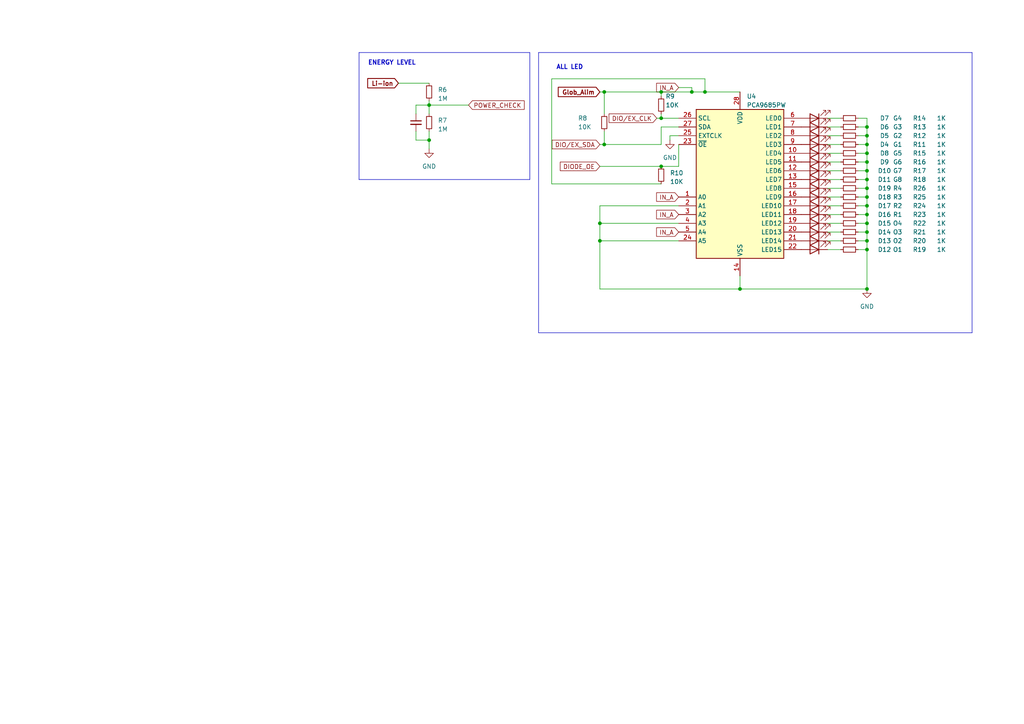
<source format=kicad_sch>
(kicad_sch (version 20230121) (generator eeschema)
  (paper "A4")
  (lib_symbols
    (symbol "Device:C_Small" (pin_numbers hide) (pin_names (offset 0.254) hide)
      (property "Reference" "C" (at 0.254 1.778 0))
      (property "Value" "C_Small" (at 0.254 -2.032 0))
      (symbol "C_Small_0_1"
        (polyline (pts (xy -1.524 -0.508) (xy 1.524 -0.508)) (stroke (width 0.3302)))
        (polyline (pts (xy -1.524 0.508) (xy 1.524 0.508)) (stroke (width 0.3048)))
      )
      (symbol "C_Small_1_1"
        (pin passive line (at 0 2.54 270) (length 2.032) (name "~") (number "1"))
        (pin passive line (at 0 -2.54 90) (length 2.032) (name "~") (number "2"))
      )
    )
    (symbol "Device:LED" (pin_numbers hide) (pin_names (offset 1.016) hide)
      (property "Reference" "D" (at 0 2.54 0))
      (property "Value" "LED" (at 0 -2.54 0))
      (symbol "LED_0_1"
        (polyline (pts (xy -1.27 -1.27) (xy -1.27 1.27)) (stroke (width 0.254)))
        (polyline (pts (xy -1.27 0) (xy 1.27 0)))
        (polyline (pts (xy 1.27 -1.27) (xy 1.27 1.27) (xy -1.27 0) (xy 1.27 -1.27)) (stroke (width 0.254)))
        (polyline (pts (xy -3.048 -0.762) (xy -4.572 -2.286) (xy -3.81 -2.286) (xy -4.572 -2.286) (xy -4.572 -1.524)))
        (polyline (pts (xy -1.778 -0.762) (xy -3.302 -2.286) (xy -2.54 -2.286) (xy -3.302 -2.286) (xy -3.302 -1.524)))
      )
      (symbol "LED_1_1"
        (pin passive line (at -3.81 0 0) (length 2.54) (name "K") (number "1"))
        (pin passive line (at 3.81 0 180) (length 2.54) (name "A") (number "2"))
      )
    )
    (symbol "Device:R_Small" (pin_numbers hide) (pin_names (offset 0.254) hide)
      (property "Reference" "R" (at 0.762 0.508 0))
      (property "Value" "R_Small" (at 0.762 -1.016 0))
      (symbol "R_Small_0_1"
        (rectangle (start -0.762 1.778) (end 0.762 -1.778) (stroke (width 0.2032)))
      )
      (symbol "R_Small_1_1"
        (pin passive line (at 0 2.54 270) (length 0.762) (name "~") (number "1"))
        (pin passive line (at 0 -2.54 90) (length 0.762) (name "~") (number "2"))
      )
    )
    (symbol "Driver_LED:PCA9685PW"
      (property "Reference" "U" (at -12.7 22.225 0))
      (property "Value" "PCA9685PW" (at 1.27 22.225 0))
      (symbol "PCA9685PW_0_1"
        (rectangle (start -12.7 20.32) (end 12.7 -22.86) (stroke (width 0.254)) (fill (type background)))
      )
      (symbol "PCA9685PW_1_1"
        (pin input line (at -17.78 -5.08 0) (length 5.08) (name "A0") (number "1"))
        (pin output line (at 17.78 7.62 180) (length 5.08) (name "LED4") (number "10"))
        (pin output line (at 17.78 5.08 180) (length 5.08) (name "LED5") (number "11"))
        (pin output line (at 17.78 2.54 180) (length 5.08) (name "LED6") (number "12"))
        (pin output line (at 17.78 0 180) (length 5.08) (name "LED7") (number "13"))
        (pin power_in line (at 0 -27.94 90) (length 5.08) (name "VSS") (number "14"))
        (pin output line (at 17.78 -2.54 180) (length 5.08) (name "LED8") (number "15"))
        (pin output line (at 17.78 -5.08 180) (length 5.08) (name "LED9") (number "16"))
        (pin output line (at 17.78 -7.62 180) (length 5.08) (name "LED10") (number "17"))
        (pin output line (at 17.78 -10.16 180) (length 5.08) (name "LED11") (number "18"))
        (pin output line (at 17.78 -12.7 180) (length 5.08) (name "LED12") (number "19"))
        (pin input line (at -17.78 -7.62 0) (length 5.08) (name "A1") (number "2"))
        (pin output line (at 17.78 -15.24 180) (length 5.08) (name "LED13") (number "20"))
        (pin output line (at 17.78 -17.78 180) (length 5.08) (name "LED14") (number "21"))
        (pin output line (at 17.78 -20.32 180) (length 5.08) (name "LED15") (number "22"))
        (pin input line (at -17.78 10.16 0) (length 5.08) (name "~{OE}") (number "23"))
        (pin input line (at -17.78 -17.78 0) (length 5.08) (name "A5") (number "24"))
        (pin input line (at -17.78 12.7 0) (length 5.08) (name "EXTCLK") (number "25"))
        (pin input line (at -17.78 17.78 0) (length 5.08) (name "SCL") (number "26"))
        (pin bidirectional line (at -17.78 15.24 0) (length 5.08) (name "SDA") (number "27"))
        (pin power_in line (at 0 25.4 270) (length 5.08) (name "VDD") (number "28"))
        (pin input line (at -17.78 -10.16 0) (length 5.08) (name "A2") (number "3"))
        (pin input line (at -17.78 -12.7 0) (length 5.08) (name "A3") (number "4"))
        (pin input line (at -17.78 -15.24 0) (length 5.08) (name "A4") (number "5"))
        (pin output line (at 17.78 17.78 180) (length 5.08) (name "LED0") (number "6"))
        (pin output line (at 17.78 15.24 180) (length 5.08) (name "LED1") (number "7"))
        (pin output line (at 17.78 12.7 180) (length 5.08) (name "LED2") (number "8"))
        (pin output line (at 17.78 10.16 180) (length 5.08) (name "LED3") (number "9"))
      )
    )
    (symbol "power:GND" (power) (pin_names (offset 0))
      (property "Value" "GND" (at 0 -3.81 0))
      (symbol "GND_0_1"
        (polyline (pts (xy 0 0) (xy 0 -1.27) (xy 1.27 -1.27) (xy 0 -2.54) (xy -1.27 -1.27) (xy 0 -1.27)))
      )
      (symbol "GND_1_1"
        (pin power_in line (at 0 0 270) (length 0) hide (name "GND") (number "1"))
      )
    )
  )
  (junction (at 175.26 26.67))
  (junction (at 214.63 83.82))
  (junction (at 251.46 39.37))
  (junction (at 251.46 46.99))
  (junction (at 191.77 26.67))
  (junction (at 124.46 30.48))
  (junction (at 251.46 49.53))
  (junction (at 251.46 69.85))
  (junction (at 251.46 62.23))
  (junction (at 191.77 34.29))
  (junction (at 191.77 48.26))
  (junction (at 251.46 36.83))
  (junction (at 251.46 44.45))
  (junction (at 251.46 64.77))
  (junction (at 173.99 69.85))
  (junction (at 175.26 41.91))
  (junction (at 251.46 52.07))
  (junction (at 251.46 59.69))
  (junction (at 204.47 26.67))
  (junction (at 251.46 54.61))
  (junction (at 251.46 41.91))
  (junction (at 251.46 72.39))
  (junction (at 200.66 26.67))
  (junction (at 251.46 57.15))
  (junction (at 124.46 40.64))
  (junction (at 251.46 83.82))
  (junction (at 173.99 64.77))
  (junction (at 251.46 67.31))
  (wire (pts (xy 248.92 67.31) (xy 251.46 67.31)))
  (wire (pts (xy 251.46 39.37) (xy 251.46 36.83)))
  (wire (pts (xy 214.63 83.82) (xy 251.46 83.82)))
  (wire (pts (xy 191.77 41.91) (xy 191.77 36.83)))
  (wire (pts (xy 251.46 52.07) (xy 251.46 49.53)))
  (polyline (pts (xy 104.14 15.24) (xy 104.14 52.07)))
  (wire (pts (xy 251.46 34.29) (xy 248.92 34.29)))
  (wire (pts (xy 251.46 67.31) (xy 251.46 64.77)))
  (wire (pts (xy 240.03 72.39) (xy 243.84 72.39)))
  (wire (pts (xy 200.66 26.67) (xy 191.77 26.67)))
  (wire (pts (xy 240.03 62.23) (xy 243.84 62.23)))
  (wire (pts (xy 251.46 41.91) (xy 251.46 39.37)))
  (wire (pts (xy 240.03 39.37) (xy 243.84 39.37)))
  (polyline (pts (xy 281.94 96.52) (xy 156.21 96.52)))
  (wire (pts (xy 173.99 41.91) (xy 175.26 41.91)))
  (wire (pts (xy 115.57 24.13) (xy 124.46 24.13)))
  (wire (pts (xy 240.03 69.85) (xy 243.84 69.85)))
  (wire (pts (xy 175.26 26.67) (xy 173.99 26.67)))
  (wire (pts (xy 191.77 33.02) (xy 191.77 34.29)))
  (wire (pts (xy 191.77 48.26) (xy 196.85 48.26)))
  (wire (pts (xy 196.85 39.37) (xy 194.31 39.37)))
  (wire (pts (xy 240.03 64.77) (xy 243.84 64.77)))
  (wire (pts (xy 191.77 36.83) (xy 196.85 36.83)))
  (wire (pts (xy 248.92 49.53) (xy 251.46 49.53)))
  (wire (pts (xy 248.92 62.23) (xy 251.46 62.23)))
  (wire (pts (xy 173.99 59.69) (xy 196.85 59.69)))
  (wire (pts (xy 248.92 69.85) (xy 251.46 69.85)))
  (wire (pts (xy 173.99 69.85) (xy 196.85 69.85)))
  (wire (pts (xy 240.03 52.07) (xy 243.84 52.07)))
  (wire (pts (xy 248.92 44.45) (xy 251.46 44.45)))
  (polyline (pts (xy 153.67 52.07) (xy 153.67 15.24)))
  (wire (pts (xy 248.92 41.91) (xy 251.46 41.91)))
  (wire (pts (xy 191.77 53.34) (xy 160.02 53.34)))
  (wire (pts (xy 251.46 72.39) (xy 251.46 69.85)))
  (wire (pts (xy 175.26 26.67) (xy 175.26 33.02)))
  (polyline (pts (xy 104.14 15.24) (xy 153.67 15.24)))
  (wire (pts (xy 120.65 38.1) (xy 120.65 40.64)))
  (polyline (pts (xy 156.21 15.24) (xy 281.94 15.24)))
  (wire (pts (xy 191.77 26.67) (xy 175.26 26.67)))
  (wire (pts (xy 173.99 64.77) (xy 173.99 69.85)))
  (wire (pts (xy 196.85 48.26) (xy 196.85 41.91)))
  (wire (pts (xy 240.03 67.31) (xy 243.84 67.31)))
  (wire (pts (xy 124.46 33.02) (xy 124.46 30.48)))
  (wire (pts (xy 251.46 54.61) (xy 251.46 52.07)))
  (wire (pts (xy 204.47 26.67) (xy 200.66 26.67)))
  (polyline (pts (xy 281.94 15.24) (xy 281.94 96.52)))
  (wire (pts (xy 175.26 38.1) (xy 175.26 41.91)))
  (wire (pts (xy 204.47 22.86) (xy 204.47 26.67)))
  (wire (pts (xy 214.63 80.01) (xy 214.63 83.82)))
  (wire (pts (xy 173.99 83.82) (xy 214.63 83.82)))
  (wire (pts (xy 204.47 26.67) (xy 214.63 26.67)))
  (wire (pts (xy 191.77 27.94) (xy 191.77 26.67)))
  (wire (pts (xy 194.31 39.37) (xy 194.31 40.64)))
  (wire (pts (xy 173.99 69.85) (xy 173.99 83.82)))
  (wire (pts (xy 124.46 38.1) (xy 124.46 40.64)))
  (wire (pts (xy 240.03 57.15) (xy 243.84 57.15)))
  (wire (pts (xy 196.85 25.4) (xy 200.66 25.4)))
  (wire (pts (xy 173.99 48.26) (xy 191.77 48.26)))
  (wire (pts (xy 251.46 83.82) (xy 251.46 72.39)))
  (wire (pts (xy 240.03 59.69) (xy 243.84 59.69)))
  (wire (pts (xy 160.02 53.34) (xy 160.02 22.86)))
  (polyline (pts (xy 104.14 52.07) (xy 153.67 52.07)))
  (wire (pts (xy 248.92 46.99) (xy 251.46 46.99)))
  (wire (pts (xy 248.92 57.15) (xy 251.46 57.15)))
  (wire (pts (xy 200.66 25.4) (xy 200.66 26.67)))
  (wire (pts (xy 251.46 62.23) (xy 251.46 59.69)))
  (wire (pts (xy 248.92 54.61) (xy 251.46 54.61)))
  (wire (pts (xy 240.03 36.83) (xy 243.84 36.83)))
  (wire (pts (xy 191.77 34.29) (xy 196.85 34.29)))
  (wire (pts (xy 248.92 36.83) (xy 251.46 36.83)))
  (wire (pts (xy 248.92 72.39) (xy 251.46 72.39)))
  (wire (pts (xy 243.84 34.29) (xy 240.03 34.29)))
  (wire (pts (xy 120.65 30.48) (xy 124.46 30.48)))
  (wire (pts (xy 251.46 36.83) (xy 251.46 34.29)))
  (wire (pts (xy 240.03 44.45) (xy 243.84 44.45)))
  (wire (pts (xy 190.5 34.29) (xy 191.77 34.29)))
  (wire (pts (xy 251.46 59.69) (xy 251.46 57.15)))
  (wire (pts (xy 251.46 46.99) (xy 251.46 44.45)))
  (wire (pts (xy 251.46 57.15) (xy 251.46 54.61)))
  (wire (pts (xy 248.92 39.37) (xy 251.46 39.37)))
  (wire (pts (xy 240.03 54.61) (xy 243.84 54.61)))
  (wire (pts (xy 160.02 22.86) (xy 204.47 22.86)))
  (wire (pts (xy 251.46 64.77) (xy 251.46 62.23)))
  (wire (pts (xy 124.46 29.21) (xy 124.46 30.48)))
  (wire (pts (xy 120.65 33.02) (xy 120.65 30.48)))
  (wire (pts (xy 120.65 40.64) (xy 124.46 40.64)))
  (wire (pts (xy 124.46 43.18) (xy 124.46 40.64)))
  (wire (pts (xy 248.92 59.69) (xy 251.46 59.69)))
  (wire (pts (xy 251.46 69.85) (xy 251.46 67.31)))
  (wire (pts (xy 248.92 52.07) (xy 251.46 52.07)))
  (wire (pts (xy 248.92 64.77) (xy 251.46 64.77)))
  (wire (pts (xy 251.46 44.45) (xy 251.46 41.91)))
  (wire (pts (xy 240.03 49.53) (xy 243.84 49.53)))
  (wire (pts (xy 173.99 64.77) (xy 196.85 64.77)))
  (wire (pts (xy 175.26 41.91) (xy 191.77 41.91)))
  (wire (pts (xy 124.46 30.48) (xy 135.89 30.48)))
  (wire (pts (xy 173.99 59.69) (xy 173.99 64.77)))
  (wire (pts (xy 251.46 49.53) (xy 251.46 46.99)))
  (polyline (pts (xy 156.21 15.24) (xy 156.21 96.52)))
  (wire (pts (xy 240.03 41.91) (xy 243.84 41.91)))
  (wire (pts (xy 240.03 46.99) (xy 243.84 46.99)))
  (text "ENERGY LEVEL" (at 106.68 19.05 0) (effects (font (size 1.27 1.27) bold) (justify left bottom)))
  (text "ALL LED" (at 161.29 20.32 0) (effects (font (size 1.27 1.27) (thickness 0.254) bold) (justify left bottom)))
  (global_label "IN_A" (shape input) (at 196.85 62.23 180) (property "Intersheetrefs" "${INTERSHEET_REFS}" (effects hide)))
  (global_label "Glob_Alim" (shape input) (at 173.99 26.67 180) (effects (font bold)) (property "Intersheetrefs" "${INTERSHEET_REFS}" (effects hide)))
  (global_label "DIODE_OE" (shape input) (at 173.99 48.26 180) (property "Intersheetrefs" "${INTERSHEET_REFS}" (effects hide)))
  (global_label "Li-ion" (shape input) (at 115.57 24.13 180) (effects (font bold)) (property "Intersheetrefs" "${INTERSHEET_REFS}" (effects hide)))
  (global_label "DIO{slash}EX_CLK" (shape input) (at 190.5 34.29 180) (property "Intersheetrefs" "${INTERSHEET_REFS}" (effects hide)))
  (global_label "IN_A" (shape input) (at 196.85 25.4 180) (property "Intersheetrefs" "${INTERSHEET_REFS}" (effects hide)))
  (global_label "DIO{slash}EX_SDA" (shape input) (at 173.99 41.91 180) (property "Intersheetrefs" "${INTERSHEET_REFS}" (effects hide)))
  (global_label "POWER_CHECK" (shape input) (at 135.89 30.48 0) (property "Intersheetrefs" "${INTERSHEET_REFS}" (effects hide)))
  (global_label "IN_A" (shape input) (at 196.85 57.15 180) (property "Intersheetrefs" "${INTERSHEET_REFS}" (effects hide)))
  (global_label "IN_A" (shape input) (at 196.85 67.31 180) (property "Intersheetrefs" "${INTERSHEET_REFS}" (effects hide)))
  (symbol (lib_id "Device:R_Small") (at 191.77 50.8 0) (unit 1)
    (property "Reference" "R10" (at 194.31 50.165 0) (effects (justify left)))
    (property "Value" "10K" (at 194.31 52.705 0) (effects (justify left)))
    (property "Footprint" "Resistor_SMD:R_0603_1608Metric_Pad0.98x0.95mm_HandSolder" (effects hide))
    (instances (project "Controller_NRF24L01_Include" (path "" (reference "R10") (unit 1))) (project "Controler_NRF24L01_Exclude_v3" (path "" (reference "R16") (unit 1))))
  )
  (symbol (lib_id "Device:LED") (at 236.22 62.23 180) (unit 1)
    (property "Reference" "D16" (at 256.54 62.23 0))
    (property "Value" "R1" (at 260.35 62.23 0))
    (property "Footprint" "LED_SMD:LED_0603_1608Metric_Pad1.05x0.95mm_HandSolder" (effects hide))
    (instances (project "Controller_NRF24L01_Include" (path "" (reference "D16") (unit 1))) (project "Controler_NRF24L01_Exclude_v3" (path "" (reference "D15") (unit 1))))
  )
  (symbol (lib_id "Device:R_Small") (at 246.38 49.53 90) (unit 1)
    (property "Reference" "R17" (at 266.7 49.53 90))
    (property "Value" "1K" (at 273.05 49.53 90))
    (property "Footprint" "Resistor_SMD:R_0603_1608Metric_Pad0.98x0.95mm_HandSolder" (effects hide))
    (instances (project "Controller_NRF24L01_Include" (path "" (reference "R17") (unit 1))) (project "Controler_NRF24L01_Exclude_v3" (path "" (reference "R25") (unit 1))))
  )
  (symbol (lib_id "Device:R_Small") (at 246.38 52.07 90) (unit 1)
    (property "Reference" "R18" (at 266.7 52.07 90))
    (property "Value" "1K" (at 273.05 52.07 90))
    (property "Footprint" "Resistor_SMD:R_0603_1608Metric_Pad0.98x0.95mm_HandSolder" (effects hide))
    (instances (project "Controller_NRF24L01_Include" (path "" (reference "R18") (unit 1))) (project "Controler_NRF24L01_Exclude_v3" (path "" (reference "R26") (unit 1))))
  )
  (symbol (lib_id "Device:R_Small") (at 246.38 54.61 90) (unit 1)
    (property "Reference" "R26" (at 266.7 54.61 90))
    (property "Value" "1K" (at 273.05 54.61 90))
    (property "Footprint" "Resistor_SMD:R_0603_1608Metric_Pad0.98x0.95mm_HandSolder" (effects hide))
    (instances (project "Controller_NRF24L01_Include" (path "" (reference "R26") (unit 1))) (project "Controler_NRF24L01_Exclude_v3" (path "" (reference "R34") (unit 1))))
  )
  (symbol (lib_id "Device:R_Small") (at 246.38 34.29 90) (unit 1)
    (property "Reference" "R14" (at 266.7 34.29 90))
    (property "Value" "1K" (at 273.05 34.29 90))
    (property "Footprint" "Resistor_SMD:R_0603_1608Metric_Pad0.98x0.95mm_HandSolder" (effects hide))
    (instances (project "Controller_NRF24L01_Include" (path "" (reference "R14") (unit 1))) (project "Controler_NRF24L01_Exclude_v3" (path "" (reference "R22") (unit 1))))
  )
  (symbol (lib_id "Device:R_Small") (at 124.46 35.56 0) (unit 1)
    (property "Reference" "R7" (at 127 34.925 0) (effects (justify left)))
    (property "Value" "1M" (at 127 37.465 0) (effects (justify left)))
    (property "Footprint" "Resistor_SMD:R_0603_1608Metric_Pad0.98x0.95mm_HandSolder" (effects hide))
    (instances (project "Controller_NRF24L01_Include" (path "" (reference "R7") (unit 1))) (project "Controler_NRF24L01_Exclude_v3" (path "" (reference "R10") (unit 1))))
  )
  (symbol (lib_id "Device:LED") (at 236.22 59.69 180) (unit 1)
    (property "Reference" "D17" (at 256.54 59.69 0))
    (property "Value" "R2" (at 260.35 59.69 0))
    (property "Footprint" "LED_SMD:LED_0603_1608Metric_Pad1.05x0.95mm_HandSolder" (effects hide))
    (instances (project "Controller_NRF24L01_Include" (path "" (reference "D17") (unit 1))) (project "Controler_NRF24L01_Exclude_v3" (path "" (reference "D16") (unit 1))))
  )
  (symbol (lib_id "Device:R_Small") (at 246.38 46.99 90) (unit 1)
    (property "Reference" "R16" (at 266.7 46.99 90))
    (property "Value" "1K" (at 273.05 46.99 90))
    (property "Footprint" "Resistor_SMD:R_0603_1608Metric_Pad0.98x0.95mm_HandSolder" (effects hide))
    (instances (project "Controller_NRF24L01_Include" (path "" (reference "R16") (unit 1))) (project "Controler_NRF24L01_Exclude_v3" (path "" (reference "R24") (unit 1))))
  )
  (symbol (lib_id "Device:LED") (at 236.22 46.99 180) (unit 1)
    (property "Reference" "D9" (at 256.54 46.99 0))
    (property "Value" "G6" (at 260.35 46.99 0))
    (property "Footprint" "LED_SMD:LED_0603_1608Metric_Pad1.05x0.95mm_HandSolder" (effects hide))
    (instances (project "Controller_NRF24L01_Include" (path "" (reference "D9") (unit 1))) (project "Controler_NRF24L01_Exclude_v3" (path "" (reference "D8") (unit 1))))
  )
  (symbol (lib_id "Device:R_Small") (at 124.46 26.67 0) (unit 1)
    (property "Reference" "R6" (at 127 26.035 0) (effects (justify left)))
    (property "Value" "1M" (at 127 28.575 0) (effects (justify left)))
    (property "Footprint" "Resistor_SMD:R_0603_1608Metric_Pad0.98x0.95mm_HandSolder" (effects hide))
    (instances (project "Controller_NRF24L01_Include" (path "" (reference "R6") (unit 1))) (project "Controler_NRF24L01_Exclude_v3" (path "" (reference "R9") (unit 1))))
  )
  (symbol (lib_id "Device:LED") (at 236.22 69.85 180) (unit 1)
    (property "Reference" "D13" (at 256.54 69.85 0))
    (property "Value" "O2" (at 260.35 69.85 0))
    (property "Footprint" "LED_SMD:LED_0603_1608Metric_Pad1.05x0.95mm_HandSolder" (effects hide))
    (instances (project "Controller_NRF24L01_Include" (path "" (reference "D13") (unit 1))) (project "Controler_NRF24L01_Exclude_v3" (path "" (reference "D12") (unit 1))))
  )
  (symbol (lib_id "Device:LED") (at 236.22 39.37 180) (unit 1)
    (property "Reference" "D5" (at 256.54 39.37 0))
    (property "Value" "G2" (at 260.35 39.37 0))
    (property "Footprint" "LED_SMD:LED_0603_1608Metric_Pad1.05x0.95mm_HandSolder" (effects hide))
    (instances (project "Controller_NRF24L01_Include" (path "" (reference "D5") (unit 1))) (project "Controler_NRF24L01_Exclude_v3" (path "" (reference "D4") (unit 1))))
  )
  (symbol (lib_id "Device:LED") (at 236.22 54.61 180) (unit 1)
    (property "Reference" "D19" (at 256.54 54.61 0))
    (property "Value" "R4" (at 260.35 54.61 0))
    (property "Footprint" "LED_SMD:LED_0603_1608Metric_Pad1.05x0.95mm_HandSolder" (effects hide))
    (instances (project "Controller_NRF24L01_Include" (path "" (reference "D19") (unit 1))) (project "Controler_NRF24L01_Exclude_v3" (path "" (reference "D18") (unit 1))))
  )
  (symbol (lib_id "power:GND") (at 194.31 40.64 0) (unit 1)
    (property "Reference" "#PWR025" (effects hide))
    (property "Value" "GND" (at 194.31 45.72 0))
    (instances (project "Controller_NRF24L01_Include" (path "" (reference "#PWR025") (unit 1))) (project "Controler_NRF24L01_Exclude_v3" (path "" (reference "#PWR013") (unit 1))))
  )
  (symbol (lib_id "power:GND") (at 124.46 43.18 0) (unit 1)
    (property "Reference" "#PWR024" (effects hide))
    (property "Value" "GND" (at 124.46 48.26 0))
    (instances (project "Controller_NRF24L01_Include" (path "" (reference "#PWR024") (unit 1))) (project "Controler_NRF24L01_Exclude_v3" (path "" (reference "#PWR012") (unit 1))))
  )
  (symbol (lib_id "Device:LED") (at 236.22 57.15 180) (unit 1)
    (property "Reference" "D18" (at 256.54 57.15 0))
    (property "Value" "R3" (at 260.35 57.15 0))
    (property "Footprint" "LED_SMD:LED_0603_1608Metric_Pad1.05x0.95mm_HandSolder" (effects hide))
    (instances (project "Controller_NRF24L01_Include" (path "" (reference "D18") (unit 1))) (project "Controler_NRF24L01_Exclude_v3" (path "" (reference "D17") (unit 1))))
  )
  (symbol (lib_id "Device:R_Small") (at 246.38 72.39 90) (unit 1)
    (property "Reference" "R19" (at 266.7 72.39 90))
    (property "Value" "1K" (at 273.05 72.39 90))
    (property "Footprint" "Resistor_SMD:R_0603_1608Metric_Pad0.98x0.95mm_HandSolder" (effects hide))
    (instances (project "Controller_NRF24L01_Include" (path "" (reference "R19") (unit 1))) (project "Controler_NRF24L01_Exclude_v3" (path "" (reference "R27") (unit 1))))
  )
  (symbol (lib_id "Device:LED") (at 236.22 72.39 180) (unit 1)
    (property "Reference" "D12" (at 256.54 72.39 0))
    (property "Value" "O1" (at 260.35 72.39 0))
    (property "Footprint" "LED_SMD:LED_0603_1608Metric_Pad1.05x0.95mm_HandSolder" (effects hide))
    (instances (project "Controller_NRF24L01_Include" (path "" (reference "D12") (unit 1))) (project "Controler_NRF24L01_Exclude_v3" (path "" (reference "D11") (unit 1))))
  )
  (symbol (lib_id "Driver_LED:PCA9685PW") (at 214.63 52.07 0) (unit 1)
    (property "Reference" "U4" (at 216.5859 27.94 0) (effects (justify left)))
    (property "Value" "PCA9685PW" (at 216.5859 30.48 0) (effects (justify left)))
    (property "Footprint" "Package_SO:TSSOP-28_4.4x9.7mm_P0.65mm" (effects hide))
    (property "Datasheet" "http://www.nxp.com/documents/data_sheet/PCA9685.pdf" (effects hide))
  )
  (symbol (lib_id "Device:LED") (at 236.22 44.45 180) (unit 1)
    (property "Reference" "D8" (at 256.54 44.45 0))
    (property "Value" "G5" (at 260.35 44.45 0))
    (property "Footprint" "LED_SMD:LED_0603_1608Metric_Pad1.05x0.95mm_HandSolder" (effects hide))
    (instances (project "Controller_NRF24L01_Include" (path "" (reference "D8") (unit 1))) (project "Controler_NRF24L01_Exclude_v3" (path "" (reference "D7") (unit 1))))
  )
  (symbol (lib_id "power:GND") (at 251.46 83.82 0) (unit 1)
    (property "Reference" "#PWR026" (effects hide))
    (property "Value" "GND" (at 251.46 88.9 0))
    (instances (project "Controller_NRF24L01_Include" (path "" (reference "#PWR026") (unit 1))) (project "Controler_NRF24L01_Exclude_v3" (path "" (reference "#PWR020") (unit 1))))
  )
  (symbol (lib_id "Device:R_Small") (at 246.38 64.77 90) (unit 1)
    (property "Reference" "R22" (at 266.7 64.77 90))
    (property "Value" "1K" (at 273.05 64.77 90))
    (property "Footprint" "Resistor_SMD:R_0603_1608Metric_Pad0.98x0.95mm_HandSolder" (effects hide))
    (instances (project "Controller_NRF24L01_Include" (path "" (reference "R22") (unit 1))) (project "Controler_NRF24L01_Exclude_v3" (path "" (reference "R30") (unit 1))))
  )
  (symbol (lib_id "Device:R_Small") (at 246.38 67.31 90) (unit 1)
    (property "Reference" "R21" (at 266.7 67.31 90))
    (property "Value" "1K" (at 273.05 67.31 90))
    (property "Footprint" "Resistor_SMD:R_0603_1608Metric_Pad0.98x0.95mm_HandSolder" (effects hide))
    (instances (project "Controller_NRF24L01_Include" (path "" (reference "R21") (unit 1))) (project "Controler_NRF24L01_Exclude_v3" (path "" (reference "R29") (unit 1))))
  )
  (symbol (lib_id "Device:R_Small") (at 191.77 30.48 0) (unit 1)
    (property "Reference" "R9" (at 193.04 27.94 0) (effects (justify left)))
    (property "Value" "10K" (at 193.04 30.48 0) (effects (justify left)))
    (property "Footprint" "Resistor_SMD:R_0603_1608Metric_Pad0.98x0.95mm_HandSolder" (effects hide))
    (instances (project "Controller_NRF24L01_Include" (path "" (reference "R9") (unit 1))) (project "Controler_NRF24L01_Exclude_v3" (path "" (reference "R14") (unit 1))))
  )
  (symbol (lib_id "Device:R_Small") (at 246.38 41.91 90) (unit 1)
    (property "Reference" "R11" (at 266.7 41.91 90))
    (property "Value" "1K" (at 273.05 41.91 90))
    (property "Footprint" "Resistor_SMD:R_0603_1608Metric_Pad0.98x0.95mm_HandSolder" (effects hide))
    (instances (project "Controller_NRF24L01_Include" (path "" (reference "R11") (unit 1))) (project "Controler_NRF24L01_Exclude_v3" (path "" (reference "R18") (unit 1))))
  )
  (symbol (lib_id "Device:R_Small") (at 246.38 59.69 90) (unit 1)
    (property "Reference" "R24" (at 266.7 59.69 90))
    (property "Value" "1K" (at 273.05 59.69 90))
    (property "Footprint" "Resistor_SMD:R_0603_1608Metric_Pad0.98x0.95mm_HandSolder" (effects hide))
    (instances (project "Controller_NRF24L01_Include" (path "" (reference "R24") (unit 1))) (project "Controler_NRF24L01_Exclude_v3" (path "" (reference "R32") (unit 1))))
  )
  (symbol (lib_id "Device:R_Small") (at 246.38 39.37 90) (unit 1)
    (property "Reference" "R12" (at 266.7 39.37 90))
    (property "Value" "1K" (at 273.05 39.37 90))
    (property "Footprint" "Resistor_SMD:R_0603_1608Metric_Pad0.98x0.95mm_HandSolder" (effects hide))
    (instances (project "Controller_NRF24L01_Include" (path "" (reference "R12") (unit 1))) (project "Controler_NRF24L01_Exclude_v3" (path "" (reference "R20") (unit 1))))
  )
  (symbol (lib_id "Device:LED") (at 236.22 36.83 180) (unit 1)
    (property "Reference" "D6" (at 256.54 36.83 0))
    (property "Value" "G3" (at 260.35 36.83 0))
    (property "Footprint" "LED_SMD:LED_0603_1608Metric_Pad1.05x0.95mm_HandSolder" (effects hide))
    (instances (project "Controller_NRF24L01_Include" (path "" (reference "D6") (unit 1))) (project "Controler_NRF24L01_Exclude_v3" (path "" (reference "D5") (unit 1))))
  )
  (symbol (lib_id "Device:R_Small") (at 246.38 57.15 90) (unit 1)
    (property "Reference" "R25" (at 266.7 57.15 90))
    (property "Value" "1K" (at 273.05 57.15 90))
    (property "Footprint" "Resistor_SMD:R_0603_1608Metric_Pad0.98x0.95mm_HandSolder" (effects hide))
    (instances (project "Controller_NRF24L01_Include" (path "" (reference "R25") (unit 1))) (project "Controler_NRF24L01_Exclude_v3" (path "" (reference "R33") (unit 1))))
  )
  (symbol (lib_id "Device:R_Small") (at 246.38 62.23 90) (unit 1)
    (property "Reference" "R23" (at 266.7 62.23 90))
    (property "Value" "1K" (at 273.05 62.23 90))
    (property "Footprint" "Resistor_SMD:R_0603_1608Metric_Pad0.98x0.95mm_HandSolder" (effects hide))
    (instances (project "Controller_NRF24L01_Include" (path "" (reference "R23") (unit 1))) (project "Controler_NRF24L01_Exclude_v3" (path "" (reference "R31") (unit 1))))
  )
  (symbol (lib_id "Device:R_Small") (at 246.38 36.83 90) (unit 1)
    (property "Reference" "R13" (at 266.7 36.83 90))
    (property "Value" "1K" (at 273.05 36.83 90))
    (property "Footprint" "Resistor_SMD:R_0603_1608Metric_Pad0.98x0.95mm_HandSolder" (effects hide))
    (instances (project "Controller_NRF24L01_Include" (path "" (reference "R13") (unit 1))) (project "Controler_NRF24L01_Exclude_v3" (path "" (reference "R21") (unit 1))))
  )
  (symbol (lib_id "Device:LED") (at 236.22 41.91 180) (unit 1)
    (property "Reference" "D4" (at 256.54 41.91 0))
    (property "Value" "G1" (at 260.35 41.91 0))
    (property "Footprint" "LED_SMD:LED_0603_1608Metric_Pad1.05x0.95mm_HandSolder" (effects hide))
    (instances (project "Controller_NRF24L01_Include" (path "" (reference "D4") (unit 1))) (project "Controler_NRF24L01_Exclude_v3" (path "" (reference "D3") (unit 1))))
  )
  (symbol (lib_id "Device:LED") (at 236.22 64.77 180) (unit 1)
    (property "Reference" "D15" (at 256.54 64.77 0))
    (property "Value" "O4" (at 260.35 64.77 0))
    (property "Footprint" "LED_SMD:LED_0603_1608Metric_Pad1.05x0.95mm_HandSolder" (effects hide))
    (instances (project "Controller_NRF24L01_Include" (path "" (reference "D15") (unit 1))) (project "Controler_NRF24L01_Exclude_v3" (path "" (reference "D14") (unit 1))))
  )
  (symbol (lib_id "Device:LED") (at 236.22 52.07 180) (unit 1)
    (property "Reference" "D11" (at 256.54 52.07 0))
    (property "Value" "G8" (at 260.35 52.07 0))
    (property "Footprint" "LED_SMD:LED_0603_1608Metric_Pad1.05x0.95mm_HandSolder" (effects hide))
    (instances (project "Controller_NRF24L01_Include" (path "" (reference "D11") (unit 1))) (project "Controler_NRF24L01_Exclude_v3" (path "" (reference "D10") (unit 1))))
  )
  (symbol (lib_id "Device:LED") (at 236.22 49.53 180) (unit 1)
    (property "Reference" "D10" (at 256.54 49.53 0))
    (property "Value" "G7" (at 260.35 49.53 0))
    (property "Footprint" "LED_SMD:LED_0603_1608Metric_Pad1.05x0.95mm_HandSolder" (effects hide))
    (instances (project "Controller_NRF24L01_Include" (path "" (reference "D10") (unit 1))) (project "Controler_NRF24L01_Exclude_v3" (path "" (reference "D9") (unit 1))))
  )
  (symbol (lib_id "Device:LED") (at 236.22 34.29 180) (unit 1)
    (property "Reference" "D7" (at 256.54 34.29 0))
    (property "Value" "G4" (at 260.35 34.29 0))
    (property "Footprint" "LED_SMD:LED_0603_1608Metric_Pad1.05x0.95mm_HandSolder" (effects hide))
    (instances (project "Controller_NRF24L01_Include" (path "" (reference "D7") (unit 1))) (project "Controler_NRF24L01_Exclude_v3" (path "" (reference "D6") (unit 1))))
  )
  (symbol (lib_id "Device:R_Small") (at 175.26 35.56 180) (unit 1)
    (property "Reference" "R8" (at 167.64 34.29 0) (effects (justify right)))
    (property "Value" "10K" (at 167.64 36.83 0) (effects (justify right)))
    (property "Footprint" "Resistor_SMD:R_0603_1608Metric_Pad0.98x0.95mm_HandSolder" (effects hide))
    (instances (project "Controller_NRF24L01_Include" (path "" (reference "R8") (unit 1))) (project "Controler_NRF24L01_Exclude_v3" (path "" (reference "R11") (unit 1))))
  )
  (symbol (lib_id "Device:R_Small") (at 246.38 44.45 90) (unit 1)
    (property "Reference" "R15" (at 266.7 44.45 90))
    (property "Value" "1K" (at 273.05 44.45 90))
    (property "Footprint" "Resistor_SMD:R_0603_1608Metric_Pad0.98x0.95mm_HandSolder" (effects hide))
    (instances (project "Controller_NRF24L01_Include" (path "" (reference "R15") (unit 1))) (project "Controler_NRF24L01_Exclude_v3" (path "" (reference "R23") (unit 1))))
  )
  (symbol (lib_id "Device:R_Small") (at 246.38 69.85 90) (unit 1)
    (property "Reference" "R20" (at 266.7 69.85 90))
    (property "Value" "1K" (at 273.05 69.85 90))
    (property "Footprint" "Resistor_SMD:R_0603_1608Metric_Pad0.98x0.95mm_HandSolder" (effects hide))
    (instances (project "Controller_NRF24L01_Include" (path "" (reference "R20") (unit 1))) (project "Controler_NRF24L01_Exclude_v3" (path "" (reference "R28") (unit 1))))
  )
  (symbol (lib_id "Device:C_Small") (at 120.65 35.56 0) (unit 1)
    (property "Reference" "C?" (effects hide))
    (property "Value" "1nF" (effects hide))
    (property "Footprint" "Capacitor_SMD:C_0603_1608Metric_Pad1.08x0.95mm_HandSolder" (effects hide))
    (instances (project "Controller_NRF24L01_Include" (path "" (reference "C?") (unit 1)) (path "" (reference "C13") (unit 1))) (project "Controler_NRF24L01_Exclude_v3" (path "" (reference "C2") (unit 1))))
  )
  (symbol (lib_id "Device:LED") (at 236.22 67.31 180) (unit 1)
    (property "Reference" "D14" (at 256.54 67.31 0))
    (property "Value" "O3" (at 260.35 67.31 0))
    (property "Footprint" "LED_SMD:LED_0603_1608Metric_Pad1.05x0.95mm_HandSolder" (effects hide))
    (instances (project "Controller_NRF24L01_Include" (path "" (reference "D14") (unit 1))) (project "Controler_NRF24L01_Exclude_v3" (path "" (reference "D13") (unit 1))))
  )
)
</source>
